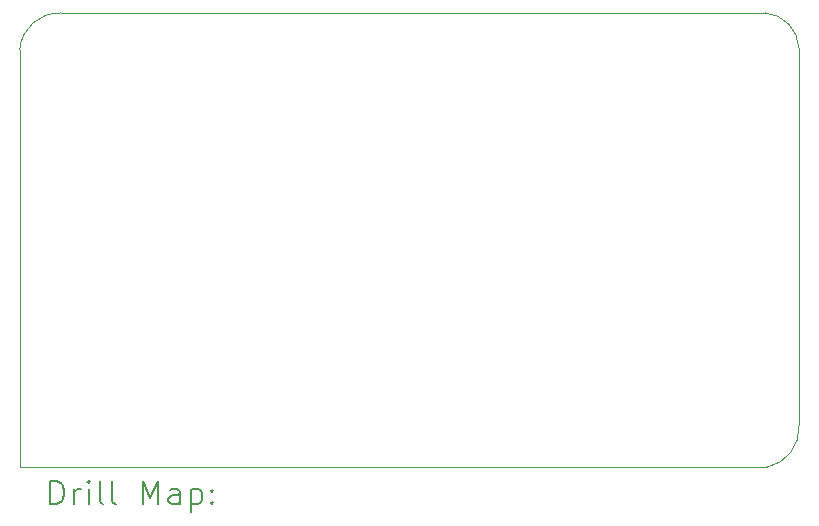
<source format=gbr>
%TF.GenerationSoftware,KiCad,Pcbnew,9.0.2*%
%TF.CreationDate,2025-05-20T16:04:07-06:00*%
%TF.ProjectId,test_kicad,74657374-5f6b-4696-9361-642e6b696361,rev?*%
%TF.SameCoordinates,Original*%
%TF.FileFunction,Drillmap*%
%TF.FilePolarity,Positive*%
%FSLAX45Y45*%
G04 Gerber Fmt 4.5, Leading zero omitted, Abs format (unit mm)*
G04 Created by KiCad (PCBNEW 9.0.2) date 2025-05-20 16:04:07*
%MOMM*%
%LPD*%
G01*
G04 APERTURE LIST*
%ADD10C,0.050000*%
%ADD11C,0.200000*%
G04 APERTURE END LIST*
D10*
X10123356Y-5353936D02*
X10123356Y-8890511D01*
X10123356Y-8890511D02*
X16446456Y-8890000D01*
X16720000Y-5338201D02*
X16720912Y-8536157D01*
X10468165Y-5043506D02*
X16435459Y-5043000D01*
X10123356Y-5353935D02*
G75*
G02*
X10468165Y-5043471I333000J-23130D01*
G01*
X16720912Y-8536157D02*
G75*
G02*
X16446459Y-8890000I-338453J-20843D01*
G01*
X16435459Y-5043000D02*
G75*
G02*
X16720000Y-5338201I-27459J-311201D01*
G01*
D11*
X10381633Y-9204495D02*
X10381633Y-9004495D01*
X10381633Y-9004495D02*
X10429252Y-9004495D01*
X10429252Y-9004495D02*
X10457823Y-9014019D01*
X10457823Y-9014019D02*
X10476871Y-9033066D01*
X10476871Y-9033066D02*
X10486395Y-9052114D01*
X10486395Y-9052114D02*
X10495919Y-9090209D01*
X10495919Y-9090209D02*
X10495919Y-9118781D01*
X10495919Y-9118781D02*
X10486395Y-9156876D01*
X10486395Y-9156876D02*
X10476871Y-9175924D01*
X10476871Y-9175924D02*
X10457823Y-9194971D01*
X10457823Y-9194971D02*
X10429252Y-9204495D01*
X10429252Y-9204495D02*
X10381633Y-9204495D01*
X10581633Y-9204495D02*
X10581633Y-9071162D01*
X10581633Y-9109257D02*
X10591157Y-9090209D01*
X10591157Y-9090209D02*
X10600681Y-9080685D01*
X10600681Y-9080685D02*
X10619728Y-9071162D01*
X10619728Y-9071162D02*
X10638776Y-9071162D01*
X10705442Y-9204495D02*
X10705442Y-9071162D01*
X10705442Y-9004495D02*
X10695919Y-9014019D01*
X10695919Y-9014019D02*
X10705442Y-9023543D01*
X10705442Y-9023543D02*
X10714966Y-9014019D01*
X10714966Y-9014019D02*
X10705442Y-9004495D01*
X10705442Y-9004495D02*
X10705442Y-9023543D01*
X10829252Y-9204495D02*
X10810204Y-9194971D01*
X10810204Y-9194971D02*
X10800681Y-9175924D01*
X10800681Y-9175924D02*
X10800681Y-9004495D01*
X10934014Y-9204495D02*
X10914966Y-9194971D01*
X10914966Y-9194971D02*
X10905442Y-9175924D01*
X10905442Y-9175924D02*
X10905442Y-9004495D01*
X11162585Y-9204495D02*
X11162585Y-9004495D01*
X11162585Y-9004495D02*
X11229252Y-9147352D01*
X11229252Y-9147352D02*
X11295919Y-9004495D01*
X11295919Y-9004495D02*
X11295919Y-9204495D01*
X11476871Y-9204495D02*
X11476871Y-9099733D01*
X11476871Y-9099733D02*
X11467347Y-9080685D01*
X11467347Y-9080685D02*
X11448300Y-9071162D01*
X11448300Y-9071162D02*
X11410204Y-9071162D01*
X11410204Y-9071162D02*
X11391157Y-9080685D01*
X11476871Y-9194971D02*
X11457823Y-9204495D01*
X11457823Y-9204495D02*
X11410204Y-9204495D01*
X11410204Y-9204495D02*
X11391157Y-9194971D01*
X11391157Y-9194971D02*
X11381633Y-9175924D01*
X11381633Y-9175924D02*
X11381633Y-9156876D01*
X11381633Y-9156876D02*
X11391157Y-9137828D01*
X11391157Y-9137828D02*
X11410204Y-9128305D01*
X11410204Y-9128305D02*
X11457823Y-9128305D01*
X11457823Y-9128305D02*
X11476871Y-9118781D01*
X11572109Y-9071162D02*
X11572109Y-9271162D01*
X11572109Y-9080685D02*
X11591157Y-9071162D01*
X11591157Y-9071162D02*
X11629252Y-9071162D01*
X11629252Y-9071162D02*
X11648300Y-9080685D01*
X11648300Y-9080685D02*
X11657823Y-9090209D01*
X11657823Y-9090209D02*
X11667347Y-9109257D01*
X11667347Y-9109257D02*
X11667347Y-9166400D01*
X11667347Y-9166400D02*
X11657823Y-9185447D01*
X11657823Y-9185447D02*
X11648300Y-9194971D01*
X11648300Y-9194971D02*
X11629252Y-9204495D01*
X11629252Y-9204495D02*
X11591157Y-9204495D01*
X11591157Y-9204495D02*
X11572109Y-9194971D01*
X11753061Y-9185447D02*
X11762585Y-9194971D01*
X11762585Y-9194971D02*
X11753061Y-9204495D01*
X11753061Y-9204495D02*
X11743538Y-9194971D01*
X11743538Y-9194971D02*
X11753061Y-9185447D01*
X11753061Y-9185447D02*
X11753061Y-9204495D01*
X11753061Y-9080685D02*
X11762585Y-9090209D01*
X11762585Y-9090209D02*
X11753061Y-9099733D01*
X11753061Y-9099733D02*
X11743538Y-9090209D01*
X11743538Y-9090209D02*
X11753061Y-9080685D01*
X11753061Y-9080685D02*
X11753061Y-9099733D01*
M02*

</source>
